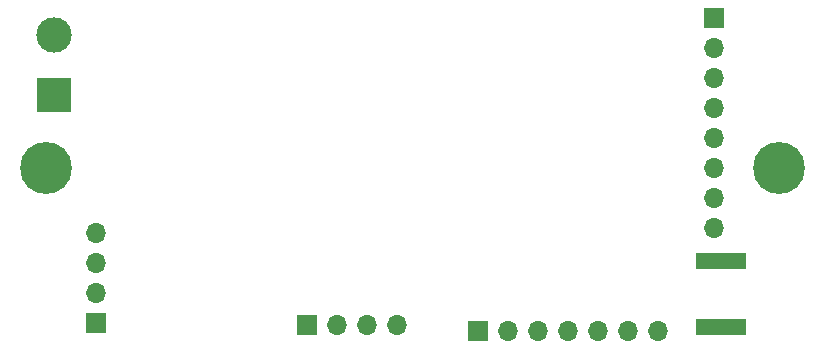
<source format=gbr>
%TF.GenerationSoftware,KiCad,Pcbnew,(6.0.1)*%
%TF.CreationDate,2022-11-30T22:25:02-05:00*%
%TF.ProjectId,PCBFiles_Node,50434246-696c-4657-935f-4e6f64652e6b,rev?*%
%TF.SameCoordinates,Original*%
%TF.FileFunction,Soldermask,Bot*%
%TF.FilePolarity,Negative*%
%FSLAX46Y46*%
G04 Gerber Fmt 4.6, Leading zero omitted, Abs format (unit mm)*
G04 Created by KiCad (PCBNEW (6.0.1)) date 2022-11-30 22:25:02*
%MOMM*%
%LPD*%
G01*
G04 APERTURE LIST*
%ADD10C,4.400000*%
%ADD11R,3.000000X3.000000*%
%ADD12C,3.000000*%
%ADD13R,1.700000X1.700000*%
%ADD14O,1.700000X1.700000*%
%ADD15R,4.200000X1.350000*%
G04 APERTURE END LIST*
D10*
%TO.C,H2*%
X47500000Y-98300000D03*
%TD*%
%TO.C,H1*%
X109600000Y-98300000D03*
%TD*%
D11*
%TO.C,J1*%
X48200000Y-92140000D03*
D12*
X48200000Y-87060000D03*
%TD*%
D13*
%TO.C,J4*%
X84100000Y-112075000D03*
D14*
X86640000Y-112075000D03*
X89180000Y-112075000D03*
X91720000Y-112075000D03*
X94260000Y-112075000D03*
X96800000Y-112075000D03*
X99340000Y-112075000D03*
%TD*%
D13*
%TO.C,J2*%
X69600000Y-111575000D03*
D14*
X72140000Y-111575000D03*
X74680000Y-111575000D03*
X77220000Y-111575000D03*
%TD*%
D15*
%TO.C,J7*%
X104700000Y-106145000D03*
X104700000Y-111795000D03*
%TD*%
D13*
%TO.C,J5*%
X51800000Y-111400000D03*
D14*
X51800000Y-108860000D03*
X51800000Y-106320000D03*
X51800000Y-103780000D03*
%TD*%
D13*
%TO.C,J3*%
X104100000Y-85600000D03*
D14*
X104100000Y-88140000D03*
X104100000Y-90680000D03*
X104100000Y-93220000D03*
X104100000Y-95760000D03*
X104100000Y-98300000D03*
X104100000Y-100840000D03*
X104100000Y-103380000D03*
%TD*%
M02*

</source>
